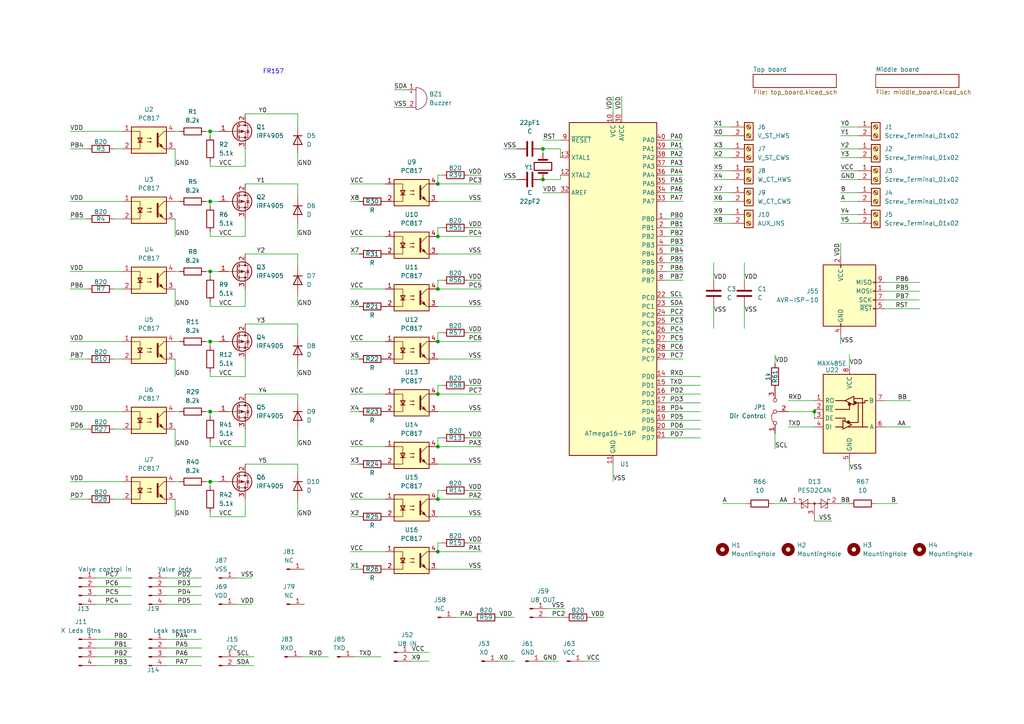
<source format=kicad_sch>
(kicad_sch (version 20211123) (generator eeschema)
  (paper "A4")
  (junction (at 127 160.02))
  (junction (at 127 129.54))
  (junction (at 127 53.34))
  (junction (at 60.96 78.74))
  (junction (at 127 99.06))
  (junction (at 236.22 119.38))
  (junction (at 60.96 99.06))
  (junction (at 60.96 38.1))
  (junction (at 60.96 139.7))
  (junction (at 157.48 52.07))
  (junction (at 60.96 58.42))
  (junction (at 127 144.78))
  (junction (at 127 83.82))
  (junction (at 127 114.3))
  (junction (at 157.48 43.18))
  (junction (at 127 68.58))
  (junction (at 60.96 119.38))
  (wire (pts (xy 60.96 128.27) (xy 60.96 129.54)))
  (wire (pts (xy 193.04 71.12) (xy 198.12 71.12)))
  (wire (pts (xy 127 149.86) (xy 139.7 149.86)))
  (wire (pts (xy 86.36 53.34) (xy 86.36 57.15)))
  (wire (pts (xy 127 58.42) (xy 139.7 58.42)))
  (wire (pts (xy 180.34 27.94) (xy 180.34 33.02)))
  (wire (pts (xy 135.89 127) (xy 139.7 127)))
  (wire (pts (xy 157.48 55.88) (xy 162.56 55.88)))
  (wire (pts (xy 243.84 70.485) (xy 243.84 74.295)))
  (wire (pts (xy 86.36 93.98) (xy 86.36 97.79)))
  (wire (pts (xy 50.8 139.7) (xy 52.07 139.7)))
  (wire (pts (xy 68.58 190.5) (xy 73.66 190.5)))
  (wire (pts (xy 27.94 170.18) (xy 38.1 170.18)))
  (wire (pts (xy 193.04 55.88) (xy 198.12 55.88)))
  (wire (pts (xy 193.04 81.28) (xy 198.12 81.28)))
  (wire (pts (xy 119.38 191.77) (xy 124.46 191.77)))
  (wire (pts (xy 127 88.9) (xy 139.7 88.9)))
  (wire (pts (xy 193.04 78.74) (xy 198.12 78.74)))
  (wire (pts (xy 228.6 123.825) (xy 236.22 123.825)))
  (wire (pts (xy 243.84 45.72) (xy 248.92 45.72)))
  (wire (pts (xy 193.04 76.2) (xy 198.12 76.2)))
  (wire (pts (xy 87.63 190.5) (xy 95.25 190.5)))
  (wire (pts (xy 71.12 93.98) (xy 86.36 93.98)))
  (wire (pts (xy 86.36 114.3) (xy 86.36 116.84)))
  (wire (pts (xy 127 129.54) (xy 127 127)))
  (wire (pts (xy 193.04 119.38) (xy 203.2 119.38)))
  (wire (pts (xy 224.79 102.87) (xy 224.79 105.41)))
  (wire (pts (xy 243.84 36.83) (xy 248.92 36.83)))
  (wire (pts (xy 59.69 38.1) (xy 60.96 38.1)))
  (wire (pts (xy 60.96 139.7) (xy 60.96 140.97)))
  (wire (pts (xy 144.78 179.07) (xy 149.225 179.07)))
  (wire (pts (xy 224.79 125.73) (xy 224.79 130.175)))
  (wire (pts (xy 228.6 116.205) (xy 236.22 116.205)))
  (wire (pts (xy 135.89 111.76) (xy 139.7 111.76)))
  (wire (pts (xy 236.22 119.38) (xy 236.22 121.285)))
  (wire (pts (xy 71.12 63.5) (xy 71.12 68.58)))
  (wire (pts (xy 27.94 167.64) (xy 38.1 167.64)))
  (wire (pts (xy 127 160.02) (xy 127 157.48)))
  (wire (pts (xy 193.04 40.64) (xy 198.12 40.64)))
  (wire (pts (xy 157.48 191.77) (xy 161.925 191.77)))
  (wire (pts (xy 127 129.54) (xy 139.7 129.54)))
  (wire (pts (xy 33.02 83.82) (xy 35.56 83.82)))
  (wire (pts (xy 60.96 46.99) (xy 60.96 48.26)))
  (wire (pts (xy 162.56 45.72) (xy 162.56 43.18)))
  (wire (pts (xy 146.05 43.18) (xy 149.86 43.18)))
  (wire (pts (xy 50.8 63.5) (xy 50.8 68.58)))
  (wire (pts (xy 193.04 50.8) (xy 198.12 50.8)))
  (wire (pts (xy 60.96 107.95) (xy 60.96 109.22)))
  (wire (pts (xy 20.32 144.78) (xy 25.4 144.78)))
  (wire (pts (xy 207.01 64.77) (xy 212.09 64.77)))
  (wire (pts (xy 71.12 104.14) (xy 71.12 109.22)))
  (wire (pts (xy 236.22 151.13) (xy 241.3 151.13)))
  (wire (pts (xy 20.32 124.46) (xy 25.4 124.46)))
  (wire (pts (xy 50.8 83.82) (xy 50.8 88.9)))
  (wire (pts (xy 101.6 99.06) (xy 111.76 99.06)))
  (wire (pts (xy 59.69 78.74) (xy 60.96 78.74)))
  (wire (pts (xy 207.01 52.07) (xy 212.09 52.07)))
  (wire (pts (xy 256.54 116.205) (xy 264.16 116.205)))
  (wire (pts (xy 60.96 139.7) (xy 63.5 139.7)))
  (wire (pts (xy 157.48 40.64) (xy 162.56 40.64)))
  (wire (pts (xy 101.6 160.02) (xy 111.76 160.02)))
  (wire (pts (xy 243.84 58.42) (xy 248.92 58.42)))
  (wire (pts (xy 50.8 78.74) (xy 52.07 78.74)))
  (wire (pts (xy 243.84 62.23) (xy 248.92 62.23)))
  (wire (pts (xy 20.32 83.82) (xy 25.4 83.82)))
  (wire (pts (xy 59.69 58.42) (xy 60.96 58.42)))
  (wire (pts (xy 48.26 185.42) (xy 58.42 185.42)))
  (wire (pts (xy 157.48 43.18) (xy 157.48 44.45)))
  (wire (pts (xy 33.02 144.78) (xy 35.56 144.78)))
  (wire (pts (xy 101.6 114.3) (xy 111.76 114.3)))
  (wire (pts (xy 60.96 99.06) (xy 60.96 100.33)))
  (wire (pts (xy 135.89 81.28) (xy 139.7 81.28)))
  (wire (pts (xy 50.8 124.46) (xy 50.8 129.54)))
  (wire (pts (xy 127 144.78) (xy 139.7 144.78)))
  (wire (pts (xy 127 160.02) (xy 139.7 160.02)))
  (wire (pts (xy 162.56 43.18) (xy 157.48 43.18)))
  (wire (pts (xy 50.8 144.78) (xy 50.8 149.86)))
  (wire (pts (xy 20.32 43.18) (xy 25.4 43.18)))
  (wire (pts (xy 162.56 50.8) (xy 162.56 52.07)))
  (wire (pts (xy 48.26 193.04) (xy 58.42 193.04)))
  (wire (pts (xy 193.04 114.3) (xy 203.2 114.3)))
  (wire (pts (xy 215.9 76.2) (xy 215.9 81.28)))
  (wire (pts (xy 86.36 33.02) (xy 86.36 36.83)))
  (wire (pts (xy 224.155 146.05) (xy 228.6 146.05)))
  (wire (pts (xy 243.84 55.88) (xy 248.92 55.88)))
  (wire (pts (xy 71.12 73.66) (xy 86.36 73.66)))
  (wire (pts (xy 60.96 48.26) (xy 71.12 48.26)))
  (wire (pts (xy 127 144.78) (xy 127 142.24)))
  (wire (pts (xy 243.84 146.05) (xy 246.38 146.05)))
  (wire (pts (xy 193.04 124.46) (xy 203.2 124.46)))
  (wire (pts (xy 50.8 119.38) (xy 52.07 119.38)))
  (wire (pts (xy 146.05 52.07) (xy 149.86 52.07)))
  (wire (pts (xy 27.94 185.42) (xy 38.1 185.42)))
  (wire (pts (xy 27.94 172.72) (xy 38.1 172.72)))
  (wire (pts (xy 127 165.1) (xy 139.7 165.1)))
  (wire (pts (xy 193.04 63.5) (xy 198.12 63.5)))
  (wire (pts (xy 101.6 88.9) (xy 104.14 88.9)))
  (wire (pts (xy 193.04 86.36) (xy 198.12 86.36)))
  (wire (pts (xy 68.58 193.04) (xy 73.66 193.04)))
  (wire (pts (xy 144.78 191.77) (xy 149.225 191.77)))
  (wire (pts (xy 256.54 123.825) (xy 264.16 123.825)))
  (wire (pts (xy 207.01 45.72) (xy 212.09 45.72)))
  (wire (pts (xy 68.58 175.26) (xy 73.025 175.26)))
  (wire (pts (xy 60.96 38.1) (xy 63.5 38.1)))
  (wire (pts (xy 193.04 88.9) (xy 198.12 88.9)))
  (wire (pts (xy 101.6 73.66) (xy 104.14 73.66)))
  (wire (pts (xy 60.96 67.31) (xy 60.96 68.58)))
  (wire (pts (xy 48.26 190.5) (xy 58.42 190.5)))
  (wire (pts (xy 207.01 58.42) (xy 212.09 58.42)))
  (wire (pts (xy 27.94 190.5) (xy 38.1 190.5)))
  (wire (pts (xy 60.96 119.38) (xy 63.5 119.38)))
  (wire (pts (xy 236.22 118.745) (xy 236.22 119.38)))
  (wire (pts (xy 127 99.06) (xy 139.7 99.06)))
  (wire (pts (xy 60.96 99.06) (xy 63.5 99.06)))
  (wire (pts (xy 33.02 104.14) (xy 35.56 104.14)))
  (wire (pts (xy 20.32 38.1) (xy 35.56 38.1)))
  (wire (pts (xy 101.6 165.1) (xy 104.14 165.1)))
  (wire (pts (xy 71.12 114.3) (xy 86.36 114.3)))
  (wire (pts (xy 71.12 149.86) (xy 71.12 144.78)))
  (wire (pts (xy 169.545 191.77) (xy 173.99 191.77)))
  (wire (pts (xy 127 111.76) (xy 127 114.3)))
  (wire (pts (xy 243.84 49.53) (xy 248.92 49.53)))
  (wire (pts (xy 50.8 104.14) (xy 50.8 109.22)))
  (wire (pts (xy 101.6 58.42) (xy 104.14 58.42)))
  (wire (pts (xy 209.55 146.05) (xy 216.535 146.05)))
  (wire (pts (xy 60.96 109.22) (xy 71.12 109.22)))
  (wire (pts (xy 59.69 119.38) (xy 60.96 119.38)))
  (wire (pts (xy 207.01 62.23) (xy 212.09 62.23)))
  (wire (pts (xy 127 157.48) (xy 128.27 157.48)))
  (wire (pts (xy 71.12 33.02) (xy 86.36 33.02)))
  (wire (pts (xy 177.8 134.62) (xy 177.8 139.7)))
  (wire (pts (xy 86.36 44.45) (xy 86.36 48.26)))
  (wire (pts (xy 256.54 86.995) (xy 266.7 86.995)))
  (wire (pts (xy 127 104.14) (xy 139.7 104.14)))
  (wire (pts (xy 48.26 170.18) (xy 58.42 170.18)))
  (wire (pts (xy 128.27 50.8) (xy 127 50.8)))
  (wire (pts (xy 33.02 63.5) (xy 35.56 63.5)))
  (wire (pts (xy 127 134.62) (xy 139.7 134.62)))
  (wire (pts (xy 101.6 119.38) (xy 104.14 119.38)))
  (wire (pts (xy 193.04 116.84) (xy 203.2 116.84)))
  (wire (pts (xy 20.32 63.5) (xy 25.4 63.5)))
  (wire (pts (xy 207.01 36.83) (xy 212.09 36.83)))
  (wire (pts (xy 68.58 167.64) (xy 73.025 167.64)))
  (wire (pts (xy 33.02 43.18) (xy 35.56 43.18)))
  (wire (pts (xy 127 127) (xy 128.27 127)))
  (wire (pts (xy 207.01 55.88) (xy 212.09 55.88)))
  (wire (pts (xy 60.96 88.9) (xy 71.12 88.9)))
  (wire (pts (xy 193.04 48.26) (xy 198.12 48.26)))
  (wire (pts (xy 193.04 96.52) (xy 198.12 96.52)))
  (wire (pts (xy 60.96 58.42) (xy 60.96 59.69)))
  (wire (pts (xy 60.96 78.74) (xy 63.5 78.74)))
  (wire (pts (xy 135.89 66.04) (xy 139.7 66.04)))
  (wire (pts (xy 171.45 179.07) (xy 175.26 179.07)))
  (wire (pts (xy 101.6 144.78) (xy 111.76 144.78)))
  (wire (pts (xy 20.32 119.38) (xy 35.56 119.38)))
  (wire (pts (xy 207.01 49.53) (xy 212.09 49.53)))
  (wire (pts (xy 101.6 83.82) (xy 111.76 83.82)))
  (wire (pts (xy 127 73.66) (xy 139.7 73.66)))
  (wire (pts (xy 71.12 134.62) (xy 86.36 134.62)))
  (wire (pts (xy 128.27 111.76) (xy 127 111.76)))
  (wire (pts (xy 20.32 139.7) (xy 35.56 139.7)))
  (wire (pts (xy 60.96 68.58) (xy 71.12 68.58)))
  (wire (pts (xy 177.8 27.94) (xy 177.8 33.02)))
  (wire (pts (xy 193.04 66.04) (xy 198.12 66.04)))
  (wire (pts (xy 102.87 190.5) (xy 110.49 190.5)))
  (wire (pts (xy 48.26 175.26) (xy 58.42 175.26)))
  (wire (pts (xy 127 119.38) (xy 139.7 119.38)))
  (wire (pts (xy 243.84 43.18) (xy 248.92 43.18)))
  (wire (pts (xy 86.36 64.77) (xy 86.36 68.58)))
  (wire (pts (xy 127 83.82) (xy 139.7 83.82)))
  (wire (pts (xy 60.96 149.86) (xy 71.12 149.86)))
  (wire (pts (xy 86.36 85.09) (xy 86.36 88.9)))
  (wire (pts (xy 48.26 167.64) (xy 58.42 167.64)))
  (wire (pts (xy 27.94 193.04) (xy 38.1 193.04)))
  (wire (pts (xy 135.89 157.48) (xy 139.7 157.48)))
  (wire (pts (xy 101.6 53.34) (xy 111.76 53.34)))
  (wire (pts (xy 135.89 142.24) (xy 139.7 142.24)))
  (wire (pts (xy 243.84 52.07) (xy 248.92 52.07)))
  (wire (pts (xy 246.38 133.985) (xy 246.38 136.525)))
  (wire (pts (xy 193.04 58.42) (xy 198.12 58.42)))
  (wire (pts (xy 127 53.34) (xy 139.7 53.34)))
  (wire (pts (xy 157.48 52.07) (xy 162.56 52.07)))
  (wire (pts (xy 71.12 83.82) (xy 71.12 88.9)))
  (wire (pts (xy 193.04 91.44) (xy 198.12 91.44)))
  (wire (pts (xy 33.02 124.46) (xy 35.56 124.46)))
  (wire (pts (xy 50.8 38.1) (xy 52.07 38.1)))
  (wire (pts (xy 60.96 129.54) (xy 71.12 129.54)))
  (wire (pts (xy 59.69 99.06) (xy 60.96 99.06)))
  (wire (pts (xy 20.32 78.74) (xy 35.56 78.74)))
  (wire (pts (xy 127 114.3) (xy 139.7 114.3)))
  (wire (pts (xy 207.01 43.18) (xy 212.09 43.18)))
  (wire (pts (xy 20.32 99.06) (xy 35.56 99.06)))
  (wire (pts (xy 60.96 148.59) (xy 60.96 149.86)))
  (wire (pts (xy 71.12 129.54) (xy 71.12 124.46)))
  (wire (pts (xy 86.36 124.46) (xy 86.36 129.54)))
  (wire (pts (xy 128.27 81.28) (xy 127 81.28)))
  (wire (pts (xy 101.6 149.86) (xy 104.14 149.86)))
  (wire (pts (xy 101.6 104.14) (xy 104.14 104.14)))
  (wire (pts (xy 193.04 93.98) (xy 198.12 93.98)))
  (wire (pts (xy 243.84 64.77) (xy 248.92 64.77)))
  (wire (pts (xy 158.75 179.07) (xy 163.83 179.07)))
  (wire (pts (xy 207.01 39.37) (xy 212.09 39.37)))
  (wire (pts (xy 127 96.52) (xy 127 99.06)))
  (wire (pts (xy 60.96 87.63) (xy 60.96 88.9)))
  (wire (pts (xy 71.12 43.18) (xy 71.12 48.26)))
  (wire (pts (xy 27.94 187.96) (xy 38.1 187.96)))
  (wire (pts (xy 158.75 176.53) (xy 163.83 176.53)))
  (wire (pts (xy 228.6 119.38) (xy 236.22 119.38)))
  (wire (pts (xy 50.8 99.06) (xy 52.07 99.06)))
  (wire (pts (xy 193.04 73.66) (xy 198.12 73.66)))
  (wire (pts (xy 60.96 38.1) (xy 60.96 39.37)))
  (wire (pts (xy 256.54 84.455) (xy 266.7 84.455)))
  (wire (pts (xy 101.6 134.62) (xy 104.14 134.62)))
  (wire (pts (xy 193.04 104.14) (xy 198.12 104.14)))
  (wire (pts (xy 132.08 179.07) (xy 137.16 179.07)))
  (wire (pts (xy 207.01 88.9) (xy 207.01 95.25)))
  (wire (pts (xy 86.36 105.41) (xy 86.36 109.22)))
  (wire (pts (xy 127 142.24) (xy 128.27 142.24)))
  (wire (pts (xy 60.96 58.42) (xy 63.5 58.42)))
  (wire (pts (xy 135.89 96.52) (xy 139.7 96.52)))
  (wire (pts (xy 193.04 43.18) (xy 198.12 43.18)))
  (wire (pts (xy 256.54 81.915) (xy 266.7 81.915)))
  (wire (pts (xy 207.01 76.2) (xy 207.01 81.28)))
  (wire (pts (xy 119.38 189.23) (xy 124.46 189.23)))
  (wire (pts (xy 135.89 50.8) (xy 139.7 50.8)))
  (wire (pts (xy 193.04 101.6) (xy 198.12 101.6)))
  (wire (pts (xy 193.04 68.58) (xy 198.12 68.58)))
  (wire (pts (xy 193.04 109.22) (xy 203.2 109.22)))
  (wire (pts (xy 246.38 102.87) (xy 246.38 106.045)))
  (wire (pts (xy 127 81.28) (xy 127 83.82)))
  (wire (pts (xy 114.3 26.035) (xy 118.11 26.035)))
  (wire (pts (xy 193.04 99.06) (xy 198.12 99.06)))
  (wire (pts (xy 127 68.58) (xy 139.7 68.58)))
  (wire (pts (xy 50.8 58.42) (xy 52.07 58.42)))
  (wire (pts (xy 101.6 68.58) (xy 111.76 68.58)))
  (wire (pts (xy 86.36 73.66) (xy 86.36 77.47)))
  (wire (pts (xy 48.26 172.72) (xy 58.42 172.72)))
  (wire (pts (xy 86.36 144.78) (xy 86.36 149.86)))
  (wire (pts (xy 254 146.05) (xy 260.35 146.05)))
  (wire (pts (xy 128.27 96.52) (xy 127 96.52)))
  (wire (pts (xy 256.54 89.535) (xy 266.7 89.535)))
  (wire (pts (xy 193.04 53.34) (xy 198.12 53.34)))
  (wire (pts (xy 193.04 121.92) (xy 203.2 121.92)))
  (wire (pts (xy 243.84 39.37) (xy 248.92 39.37)))
  (wire (pts (xy 243.84 97.155) (xy 243.84 99.695)))
  (wire (pts (xy 128.27 66.04) (xy 127 66.04)))
  (wire (pts (xy 127 50.8) (xy 127 53.34)))
  (wire (pts (xy 20.32 58.42) (xy 35.56 58.42)))
  (wire (pts (xy 215.9 88.9) (xy 215.9 95.25)))
  (wire (pts (xy 193.04 45.72) (xy 198.12 45.72)))
  (wire (pts (xy 60.96 119.38) (xy 60.96 120.65)))
  (wire (pts (xy 193.04 111.76) (xy 203.2 111.76)))
  (wire (pts (xy 71.12 53.34) (xy 86.36 53.34)))
  (wire (pts (xy 114.3 31.115) (xy 118.11 31.115)))
  (wire (pts (xy 101.6 129.54) (xy 111.76 129.54)))
  (wire (pts (xy 60.96 78.74) (xy 60.96 80.01)))
  (wire (pts (xy 48.26 187.96) (xy 58.42 187.96)))
  (wire (pts (xy 50.8 43.18) (xy 50.8 48.26)))
  (wire (pts (xy 86.36 134.62) (xy 86.36 137.16)))
  (wire (pts (xy 127 66.04) (xy 127 68.58)))
  (wire (pts (xy 27.94 175.26) (xy 38.1 175.26)))
  (wire (pts (xy 59.69 139.7) (xy 60.96 139.7)))
  (wire (pts (xy 20.32 104.14) (xy 25.4 104.14)))
  (wire (pts (xy 193.04 127) (xy 203.2 127)))
  (text "FR157" (at 76.2 21.59 0) (effects (font (size 1.27 1.27)) (justify left bottom)))
  (label "PB5" (at 194.31 76.2 0))
  (label "VDD" (at 135.89 111.76 0))
  (label "GND" (at 86.36 68.58 0))
  (label "PA5" (at 50.8 187.96 0))
  (label "VCC" (at 101.6 114.3 0))
  (label "RXD" (at 194.31 109.22 0))
  (label "X0" (at 207.01 39.37 0))
  (label "PB7" (at 20.32 104.14 0))
  (label "GND" (at 86.36 88.9 0))
  (label "VDD" (at 69.85 175.26 0))
  (label "VSS" (at 135.89 165.1 0))
  (label "PC6" (at 135.89 99.06 0))
  (label "GND" (at 50.8 129.54 0))
  (label "B" (at 258.445 146.05 0))
  (label "PC2" (at 160.02 179.07 0))
  (label "PA2" (at 194.31 45.72 0))
  (label "PC5" (at 135.89 83.82 0))
  (label "PD6" (at 20.32 124.46 0))
  (label "TXD" (at 228.6 123.825 0))
  (label "VSS" (at 135.89 88.9 0))
  (label "VCC" (at 101.6 160.02 0))
  (label "PB0" (at 33.02 185.42 0))
  (label "VSS" (at 135.89 104.14 0))
  (label "GND" (at 50.8 149.86 0))
  (label "SDA" (at 68.58 193.04 0))
  (label "VSS" (at 69.85 167.64 0))
  (label "PB2" (at 33.02 190.5 0))
  (label "VDD" (at 135.89 66.04 0))
  (label "VCC" (at 63.5 88.9 0))
  (label "RXD" (at 89.535 190.5 0))
  (label "RST" (at 259.715 89.535 0))
  (label "VSS" (at 135.89 149.86 0))
  (label "X5" (at 207.01 49.53 0))
  (label "PC3" (at 135.89 53.34 0))
  (label "PD4" (at 51.435 172.72 0))
  (label "X2" (at 207.01 45.72 0))
  (label "VCC" (at 63.5 129.54 0))
  (label "Y1" (at 74.422 53.34 0))
  (label "PB1" (at 194.31 66.04 0))
  (label "PC4" (at 135.89 68.58 0))
  (label "VDD" (at 20.32 38.1 0))
  (label "VDD" (at 177.8 31.75 90))
  (label "PD2" (at 51.435 167.64 0))
  (label "PD5" (at 194.31 121.92 0))
  (label "VDD" (at 20.32 139.7 0))
  (label "VCC" (at 63.5 109.22 0))
  (label "VSS" (at 237.49 151.13 0))
  (label "PC4" (at 30.48 175.26 0))
  (label "PC6" (at 30.48 170.18 0))
  (label "GND" (at 86.36 48.26 0))
  (label "GND" (at 86.36 109.22 0))
  (label "VSS" (at 146.05 52.07 0))
  (label "X9" (at 119.38 191.77 0))
  (label "VDD" (at 135.89 142.24 0))
  (label "VSS" (at 207.01 90.805 0))
  (label "RST" (at 157.48 40.64 0))
  (label "PB5" (at 20.32 63.5 0))
  (label "PD3" (at 194.31 116.84 0))
  (label "VDD" (at 135.89 157.48 0))
  (label "TXD" (at 104.14 190.5 0))
  (label "VSS" (at 135.89 73.66 0))
  (label "VCC" (at 63.5 48.26 0))
  (label "VSS" (at 160.02 176.53 0))
  (label "Y4" (at 243.84 62.23 0))
  (label "PC7" (at 194.31 104.14 0))
  (label "A" (at 209.55 146.05 0))
  (label "VCC" (at 101.6 83.82 0))
  (label "X3" (at 101.6 134.62 0))
  (label "A" (at 243.84 58.42 0))
  (label "PB7" (at 259.715 86.995 0))
  (label "X0" (at 144.78 191.77 0))
  (label "AA" (at 260.35 123.825 0))
  (label "VSS" (at 135.89 119.38 0))
  (label "X3" (at 207.01 43.18 0))
  (label "Y2" (at 243.84 43.18 0))
  (label "PD4" (at 194.31 119.38 0))
  (label "X1" (at 207.01 36.83 0))
  (label "SCL" (at 224.79 130.175 0))
  (label "PB6" (at 20.32 83.82 0))
  (label "VSS" (at 114.3 31.115 0))
  (label "Y3" (at 74.422 93.98 0))
  (label "PD6" (at 194.31 124.46 0))
  (label "Y0" (at 243.84 36.83 0))
  (label "X4" (at 101.6 119.38 0))
  (label "VCC" (at 170.18 191.77 0))
  (label "VDD" (at 135.89 127 0))
  (label "PA3" (at 194.31 48.26 0))
  (label "VDD" (at 135.89 81.28 0))
  (label "PA7" (at 50.8 193.04 0))
  (label "PB3" (at 194.31 71.12 0))
  (label "VCC" (at 101.6 68.58 0))
  (label "PB2" (at 194.31 68.58 0))
  (label "X5" (at 101.6 104.14 0))
  (label "VDD" (at 20.32 58.42 0))
  (label "VDD" (at 224.79 105.41 0))
  (label "PA6" (at 194.31 55.88 0))
  (label "Y3" (at 243.84 45.72 0))
  (label "X8" (at 101.6 58.42 0))
  (label "B" (at 243.84 55.88 0))
  (label "GND" (at 86.36 129.54 0))
  (label "GND" (at 243.84 52.07 0))
  (label "PD2" (at 194.31 114.3 0))
  (label "VCC" (at 119.38 189.23 0))
  (label "VSS" (at 215.9 90.805 0))
  (label "SCL" (at 194.31 86.36 0))
  (label "PC5" (at 30.48 172.72 0))
  (label "X7" (at 207.01 55.88 0))
  (label "PB6" (at 194.31 78.74 0))
  (label "PB4" (at 20.32 43.18 0))
  (label "VDD" (at 20.32 119.38 0))
  (label "GND" (at 50.8 68.58 0))
  (label "VDD" (at 207.01 81.28 0))
  (label "Y4" (at 74.93 114.3 0))
  (label "SDA" (at 194.31 88.9 0))
  (label "PC7" (at 135.89 114.3 0))
  (label "VSS" (at 177.8 139.7 0))
  (label "VCC" (at 101.6 144.78 0))
  (label "PB3" (at 33.02 193.04 0))
  (label "PA4" (at 50.8 185.42 0))
  (label "TXD" (at 194.31 111.76 0))
  (label "PA0" (at 133.35 179.07 0))
  (label "GND" (at 157.48 191.77 0))
  (label "VCC" (at 63.5 68.58 0))
  (label "PA1" (at 194.31 43.18 0))
  (label "Y1" (at 243.84 39.37 0))
  (label "PC4" (at 194.31 96.52 0))
  (label "VSS" (at 146.05 43.18 0))
  (label "VCC" (at 101.6 99.06 0))
  (label "VDD" (at 171.45 179.07 0))
  (label "VDD" (at 135.89 96.52 0))
  (label "PB0" (at 194.31 63.5 0))
  (label "PA4" (at 194.31 50.8 0))
  (label "VSS" (at 135.89 58.42 0))
  (label "PA0" (at 194.31 40.64 0))
  (label "PA3" (at 135.89 129.54 0))
  (label "X4" (at 207.01 52.07 0))
  (label "PB7" (at 194.31 81.28 0))
  (label "VDD" (at 215.9 81.28 0))
  (label "VCC" (at 63.5 149.86 0))
  (label "Y5" (at 243.84 64.77 0))
  (label "SCL" (at 68.58 190.5 0))
  (label "GND" (at 50.8 109.22 0))
  (label "X1" (at 101.6 165.1 0))
  (label "VDD" (at 144.78 179.07 0))
  (label "PA5" (at 194.31 53.34 0))
  (label "VDD" (at 20.32 99.06 0))
  (label "VSS" (at 246.38 136.525 0))
  (label "GND" (at 50.8 88.9 0))
  (label "X6" (at 101.6 88.9 0))
  (label "VDD" (at 243.84 74.295 90))
  (label "X8" (at 207.01 64.77 0))
  (label "VSS" (at 243.84 99.695 0))
  (label "X9" (at 207.01 62.23 0))
  (label "PD3" (at 51.435 170.18 0))
  (label "PA6" (at 50.8 190.5 0))
  (label "PA7" (at 194.31 58.42 0))
  (label "AA" (at 226.06 146.05 0))
  (label "PA1" (at 135.89 160.02 0))
  (label "Y0" (at 74.93 33.02 0))
  (label "BB" (at 243.84 146.05 0))
  (label "VCC" (at 243.84 49.53 0))
  (label "VDD" (at 135.89 50.8 0))
  (label "VCC" (at 101.6 129.54 0))
  (label "VDD" (at 180.34 31.75 90))
  (label "PD7" (at 194.31 127 0))
  (label "Y2" (at 74.422 73.66 0))
  (label "BB" (at 260.35 116.205 0))
  (label "VCC" (at 101.6 53.34 0))
  (label "PA2" (at 135.89 144.78 0))
  (label "PB5" (at 259.715 84.455 0))
  (label "X2" (at 101.6 149.86 0))
  (label "PB6" (at 259.715 81.915 0))
  (label "PC6" (at 194.31 101.6 0))
  (label "PB4" (at 194.31 73.66 0))
  (label "SDA" (at 114.3 26.035 0))
  (label "VDD" (at 246.38 106.045 0))
  (label "PD5" (at 51.435 175.26 0))
  (label "VDD" (at 157.48 55.88 0))
  (label "Y5" (at 74.93 134.62 0))
  (label "PC2" (at 194.31 91.44 0))
  (label "VSS" (at 135.89 134.62 0))
  (label "PB1" (at 33.02 187.96 0))
  (label "PC5" (at 194.31 99.06 0))
  (label "X6" (at 207.01 58.42 0))
  (label "X7" (at 101.6 73.66 0))
  (label "PC3" (at 194.31 93.98 0))
  (label "VDD" (at 20.32 78.74 0))
  (label "PC7" (at 30.48 167.64 0))
  (label "RXD" (at 228.6 116.205 0))
  (label "GND" (at 86.36 149.86 0))
  (label "PD7" (at 20.32 144.78 0))
  (label "GND" (at 50.8 48.26 0))
  (symbol (lib_id "Isolator:PC817") (at 119.38 101.6 0) (unit 1)
    (property "Reference" "U12" (at 119.38 92.71 0))
    (property "Value" "PC817" (at 119.38 95.25 0))
    (property "Footprint" "Package_DIP:DIP-4_W7.62mm" (effects hide))
    (property "Datasheet" "http://www.soselectronic.cz/a_info/resource/d/pc817.pdf" (effects hide))
  )
  (symbol (lib_id "Connector:Screw_Terminal_01x02") (at 217.17 49.53 0) (unit 1)
    (property "Reference" "J8" (at 219.71 49.5299 0) (effects (justify left)))
    (property "Value" "W_CT_HWS" (at 219.71 52.0699 0) (effects (justify left)))
    (property "Footprint" "TerminalBlock_Phoenix:TerminalBlock_Phoenix_MKDS-1,5-2-5.08_1x02_P5.08mm_Horizontal" (effects hide))
  )
  (symbol (lib_id "Device:D") (at 86.36 81.28 270) (unit 1)
    (property "Reference" "D7" (at 88.9 80.0099 90) (effects (justify left)))
    (property "Value" "D" (at 88.9 82.5499 90) (effects (justify left)))
    (property "Footprint" "Diode_THT:D_DO-41_SOD81_P10.16mm_Horizontal" (effects hide))
  )
  (symbol (lib_id "Device:R") (at 132.08 81.28 90) (unit 1)
    (property "Reference" "R56" (at 132.08 81.28 90))
    (property "Value" "820" (at 132.08 79.248 90))
    (property "Footprint" "Resistor_SMD:R_0805_2012Metric" (effects hide))
  )
  (symbol (lib_id "Isolator:PC817") (at 119.38 71.12 0) (unit 1)
    (property "Reference" "U10" (at 119.38 62.23 0))
    (property "Value" "PC817" (at 119.38 64.77 0))
    (property "Footprint" "Package_DIP:DIP-4_W7.62mm" (effects hide))
    (property "Datasheet" "http://www.soselectronic.cz/a_info/resource/d/pc817.pdf" (effects hide))
  )
  (symbol (lib_id "Transistor_FET:IRF4905") (at 68.58 38.1 0) (unit 1)
    (property "Reference" "Q1" (at 74.295 36.8299 0) (effects (justify left)))
    (property "Value" "IRF4905" (at 74.295 39.3699 0) (effects (justify left)))
    (property "Footprint" "Package_TO_SOT_THT:TO-220-3_Vertical" (effects hide))
    (property "Datasheet" "http://www.infineon.com/dgdl/irf4905.pdf?fileId=5546d462533600a4015355e32165197c" (effects hide))
  )
  (symbol (lib_id "Connector:Conn_01x01_Male") (at 83.185 175.26 0) (unit 1)
    (property "Reference" "J79" (at 83.82 170.18 0))
    (property "Value" "NC" (at 83.82 172.72 0))
    (property "Footprint" "Connector_PinHeader_2.54mm:PinHeader_1x01_P2.54mm_Vertical" (effects hide))
  )
  (symbol (lib_id "MCU_Microchip_ATmega:ATmega16-16P") (at 177.8 83.82 0) (unit 1)
    (property "Reference" "U1" (at 179.8194 134.62 0) (effects (justify left)))
    (property "Value" "ATmega16-16P" (at 169.545 125.73 0) (effects (justify left)))
    (property "Footprint" "Package_DIP:DIP-40_W15.24mm" (effects hide))
    (property "Datasheet" "http://ww1.microchip.com/downloads/en/DeviceDoc/doc2466.pdf" (effects hide))
  )
  (symbol (lib_id "Device:R") (at 132.08 142.24 90) (unit 1)
    (property "Reference" "R14" (at 132.08 142.24 90))
    (property "Value" "820" (at 132.08 140.208 90))
    (property "Footprint" "Resistor_SMD:R_0805_2012Metric" (effects hide))
  )
  (symbol (lib_id "Device:R") (at 132.08 111.76 90) (unit 1)
    (property "Reference" "R58" (at 132.08 111.76 90))
    (property "Value" "820" (at 132.08 109.728 90))
    (property "Footprint" "Resistor_SMD:R_0805_2012Metric" (effects hide))
  )
  (symbol (lib_id "Device:R") (at 250.19 146.05 90) (unit 1)
    (property "Reference" "R67" (at 250.19 139.7 90))
    (property "Value" "10" (at 250.19 142.24 90))
    (property "Footprint" "Resistor_SMD:R_1206_3216Metric" (effects hide))
  )
  (symbol (lib_id "Transistor_FET:IRF4905") (at 68.58 78.74 0) (unit 1)
    (property "Reference" "Q3" (at 74.295 77.4699 0) (effects (justify left)))
    (property "Value" "IRF4905" (at 74.295 80.0099 0) (effects (justify left)))
    (property "Footprint" "Package_TO_SOT_THT:TO-220-3_Vertical" (effects hide))
    (property "Datasheet" "http://www.infineon.com/dgdl/irf4905.pdf?fileId=5546d462533600a4015355e32165197c" (effects hide))
  )
  (symbol (lib_id "Connector:Conn_01x01_Male") (at 139.7 191.77 0) (unit 1)
    (property "Reference" "J53" (at 140.335 186.69 0))
    (property "Value" "X0" (at 140.335 189.23 0))
    (property "Footprint" "Connector_PinHeader_2.54mm:PinHeader_1x01_P2.54mm_Vertical" (effects hide))
  )
  (symbol (lib_id "Connector:Conn_01x01_Male") (at 152.4 191.77 0) (unit 1)
    (property "Reference" "J61" (at 153.035 186.69 0))
    (property "Value" "GND" (at 153.035 189.23 0))
    (property "Footprint" "Connector_PinHeader_2.54mm:PinHeader_1x01_P2.54mm_Vertical" (effects hide))
  )
  (symbol (lib_id "Device:R") (at 140.97 179.07 90) (unit 1)
    (property "Reference" "R59" (at 140.97 179.07 90))
    (property "Value" "820" (at 140.97 177.038 90))
    (property "Footprint" "Resistor_SMD:R_0805_2012Metric" (effects hide))
  )
  (symbol (lib_id "Connector:Conn_01x04_Male") (at 22.86 187.96 0) (unit 1)
    (property "Reference" "J11" (at 23.495 180.34 0))
    (property "Value" "X Leds Btns" (at 23.495 182.88 0))
    (property "Footprint" "Connector_PinHeader_2.54mm:PinHeader_1x04_P2.54mm_Vertical" (effects hide))
  )
  (symbol (lib_id "Device:R") (at 29.21 43.18 90) (unit 1)
    (property "Reference" "R3" (at 29.21 43.18 90))
    (property "Value" "820" (at 29.21 41.148 90))
    (property "Footprint" "Resistor_SMD:R_0805_2012Metric" (effects hide))
  )
  (symbol (lib_id "Device:R") (at 29.21 144.78 90) (unit 1)
    (property "Reference" "R28" (at 29.21 144.78 90))
    (property "Value" "820" (at 29.21 142.748 90))
    (property "Footprint" "Resistor_SMD:R_0805_2012Metric" (effects hide))
  )
  (symbol (lib_id "Connector:Screw_Terminal_01x02") (at 217.17 55.88 0) (unit 1)
    (property "Reference" "J9" (at 219.71 55.8799 0) (effects (justify left)))
    (property "Value" "W_CT_CWS" (at 219.71 58.4199 0) (effects (justify left)))
    (property "Footprint" "TerminalBlock_Phoenix:TerminalBlock_Phoenix_MKDS-1,5-2-5.08_1x02_P5.08mm_Horizontal" (effects hide))
  )
  (symbol (lib_id "Connector:Screw_Terminal_01x02") (at 217.17 62.23 0) (unit 1)
    (property "Reference" "J10" (at 219.71 62.2299 0) (effects (justify left)))
    (property "Value" "AUX_INS" (at 219.71 64.7699 0) (effects (justify left)))
    (property "Footprint" "TerminalBlock_Phoenix:TerminalBlock_Phoenix_MKDS-1,5-2-5.08_1x02_P5.08mm_Horizontal" (effects hide))
  )
  (symbol (lib_id "Device:Crystal") (at 157.48 48.26 90) (unit 1)
    (property "Reference" "Y1" (at 152.146 48.514 90) (effects (justify right)))
    (property "Value" "Crystal" (effects hide))
    (property "Footprint" "Crystal:Crystal_HC49-4H_Vertical" (effects hide))
  )
  (symbol (lib_id "Device:R") (at 29.21 104.14 90) (unit 1)
    (property "Reference" "R10" (at 29.21 104.14 90))
    (property "Value" "820" (at 29.21 102.108 90))
    (property "Footprint" "Resistor_SMD:R_0805_2012Metric" (effects hide))
  )
  (symbol (lib_id "Isolator:PC817") (at 43.18 60.96 0) (unit 1)
    (property "Reference" "U3" (at 43.18 52.07 0))
    (property "Value" "PC817" (at 43.18 54.61 0))
    (property "Footprint" "Package_DIP:DIP-4_W7.62mm" (effects hide))
    (property "Datasheet" "http://www.soselectronic.cz/a_info/resource/d/pc817.pdf" (effects hide))
  )
  (symbol (lib_id "Device:R") (at 29.21 124.46 90) (unit 1)
    (property "Reference" "R27" (at 29.21 124.46 90))
    (property "Value" "820" (at 29.21 122.428 90))
    (property "Footprint" "Resistor_SMD:R_0805_2012Metric" (effects hide))
  )
  (symbol (lib_id "Device:C") (at 207.01 85.09 0) (unit 1)
    (property "Reference" "C3" (at 210.82 83.8199 0) (effects (justify left)))
    (property "Value" "C" (at 210.82 86.3599 0) (effects (justify left)))
    (property "Footprint" "Capacitor_SMD:C_0805_2012Metric" (effects hide))
  )
  (symbol (lib_id "Device:R") (at 132.08 50.8 90) (unit 1)
    (property "Reference" "R39" (at 132.08 50.8 90))
    (property "Value" "820" (at 132.08 48.768 90))
    (property "Footprint" "Resistor_SMD:R_0805_2012Metric" (effects hide))
  )
  (symbol (lib_id "Interface_UART:MAX485E") (at 246.38 118.745 0) (unit 1)
    (property "Reference" "U22" (at 239.395 107.315 0) (effects (justify left)))
    (property "Value" "MAX485E" (at 236.855 105.41 0) (effects (justify left)))
    (property "Footprint" "Package_SO:SOIC-8_3.9x4.9mm_P1.27mm" (effects hide))
    (property "Datasheet" "https://datasheets.maximintegrated.com/en/ds/MAX1487E-MAX491E.pdf" (effects hide))
  )
  (symbol (lib_id "Device:R") (at 132.08 127 90) (unit 1)
    (property "Reference" "R13" (at 132.08 127 90))
    (property "Value" "820" (at 132.08 124.968 90))
    (property "Footprint" "Resistor_SMD:R_0805_2012Metric" (effects hide))
  )
  (symbol (lib_id "Mechanical:MountingHole") (at 209.55 159.385 0) (unit 1)
    (property "Reference" "H1" (at 212.09 158.1149 0) (effects (justify left)))
    (property "Value" "MountingHole" (at 212.09 160.6549 0) (effects (justify left)))
    (property "Footprint" "MountingHole:MountingHole_3.2mm_M3" (effects hide))
  )
  (symbol (lib_id "Transistor_FET:IRF4905") (at 68.58 139.7 0) (unit 1)
    (property "Reference" "Q6" (at 74.295 138.4299 0) (effects (justify left)))
    (property "Value" "IRF4905" (at 74.295 140.9699 0) (effects (justify left)))
    (property "Footprint" "Package_TO_SOT_THT:TO-220-3_Vertical" (effects hide))
    (property "Datasheet" "http://www.infineon.com/dgdl/irf4905.pdf?fileId=5546d462533600a4015355e32165197c" (effects hide))
  )
  (symbol (lib_id "Device:R") (at 107.95 134.62 90) (unit 1)
    (property "Reference" "R24" (at 107.95 134.62 90))
    (property "Value" "R" (at 107.95 137.16 90))
    (property "Footprint" "Resistor_SMD:R_1206_3216Metric" (effects hide))
  )
  (symbol (lib_id "Connector:Conn_01x04_Male") (at 43.18 187.96 0) (unit 1)
    (property "Reference" "J14" (at 44.45 194.31 0))
    (property "Value" "Leak sensors" (at 50.8 182.88 0))
    (property "Footprint" "Connector_PinHeader_2.54mm:PinHeader_1x04_P2.54mm_Vertical" (effects hide))
  )
  (symbol (lib_id "Connector:Conn_01x04_Male") (at 43.18 170.18 0) (unit 1)
    (property "Reference" "J19" (at 44.45 176.53 0))
    (property "Value" "Valve leds" (at 50.8 165.1 0))
    (property "Footprint" "Connector_PinHeader_2.54mm:PinHeader_1x04_P2.54mm_Vertical" (effects hide))
  )
  (symbol (lib_id "Connector:Conn_01x01_Male") (at 63.5 167.64 0) (unit 1)
    (property "Reference" "J87" (at 64.135 162.56 0))
    (property "Value" "VSS" (at 64.135 165.1 0))
    (property "Footprint" "Connector_PinHeader_2.54mm:PinHeader_1x01_P2.54mm_Vertical" (effects hide))
  )
  (symbol (lib_id "Connector:Conn_01x01_Male") (at 83.185 165.1 0) (unit 1)
    (property "Reference" "J81" (at 83.82 160.02 0))
    (property "Value" "NC" (at 83.82 162.56 0))
    (property "Footprint" "Connector_PinHeader_2.54mm:PinHeader_1x01_P2.54mm_Vertical" (effects hide))
  )
  (symbol (lib_id "Device:D") (at 86.36 140.97 270) (unit 1)
    (property "Reference" "D10" (at 88.9 139.6999 90) (effects (justify left)))
    (property "Value" "D" (at 88.9 142.2399 90) (effects (justify left)))
    (property "Footprint" "Diode_THT:D_DO-41_SOD81_P10.16mm_Horizontal" (effects hide))
  )
  (symbol (lib_id "Device:R") (at 167.64 179.07 90) (unit 1)
    (property "Reference" "R60" (at 167.64 179.07 90))
    (property "Value" "820" (at 167.64 177.038 90))
    (property "Footprint" "Resistor_SMD:R_0805_2012Metric" (effects hide))
  )
  (symbol (lib_id "Isolator:PC817") (at 119.38 162.56 0) (unit 1)
    (property "Reference" "U16" (at 119.38 153.67 0))
    (property "Value" "PC817" (at 119.38 156.21 0))
    (property "Footprint" "Package_DIP:DIP-4_W7.62mm" (effects hide))
    (property "Datasheet" "http://www.soselectronic.cz/a_info/resource/d/pc817.pdf" (effects hide))
  )
  (symbol (lib_id "Device:R") (at 224.79 109.22 180) (unit 1)
    (property "Reference" "R61" (at 224.79 109.22 90))
    (property "Value" "1k" (at 222.758 109.22 90))
    (property "Footprint" "Resistor_SMD:R_0805_2012Metric" (effects hide))
  )
  (symbol (lib_id "Device:D") (at 86.36 120.65 270) (unit 1)
    (property "Reference" "D9" (at 88.9 119.3799 90) (effects (justify left)))
    (property "Value" "D" (at 88.9 121.9199 90) (effects (justify left)))
    (property "Footprint" "Diode_THT:D_DO-41_SOD81_P10.16mm_Horizontal" (effects hide))
  )
  (symbol (lib_id "Device:R") (at 107.95 88.9 90) (unit 1)
    (property "Reference" "R21" (at 107.95 88.9 90))
    (property "Value" "R" (at 107.95 91.44 90))
    (property "Footprint" "Resistor_SMD:R_1206_3216Metric" (effects hide))
  )
  (symbol (lib_id "Device:R") (at 55.88 38.1 90) (unit 1)
    (property "Reference" "R1" (at 55.88 32.385 90))
    (property "Value" "8.2k" (at 55.88 34.925 90))
    (property "Footprint" "Resistor_SMD:R_0805_2012Metric" (effects hide))
  )
  (symbol (lib_id "Device:Buzzer") (at 120.65 28.575 0) (unit 1)
    (property "Reference" "BZ1" (at 124.46 27.3049 0) (effects (justify left)))
    (property "Value" "Buzzer" (at 124.46 29.8449 0) (effects (justify left)))
    (property "Footprint" "Buzzer_Beeper:Buzzer_12x9.5RM7.6" (effects hide))
  )
  (symbol (lib_id "Connector:Conn_01x02_Male") (at 114.3 189.23 0) (unit 1)
    (property "Reference" "J52" (at 118.11 184.15 0))
    (property "Value" "U8 IN" (at 118.11 186.69 0))
    (property "Footprint" "Connector_PinHeader_2.54mm:PinHeader_1x02_P2.54mm_Vertical" (effects hide))
  )
  (symbol (lib_id "Jumper:Jumper_3_Bridged12") (at 224.79 119.38 90) (unit 1)
    (property "Reference" "JP1" (at 222.25 118.1099 90) (effects (justify left)))
    (property "Value" "Dir Control" (at 222.25 120.6499 90) (effects (justify left)))
    (property "Footprint" "Jumper:SolderJumper-3_P1.3mm_Bridged2Bar12_Pad1.0x1.5mm" (effects hide))
  )
  (symbol (lib_id "Device:R") (at 132.08 157.48 90) (unit 1)
    (property "Reference" "R15" (at 132.08 157.48 90))
    (property "Value" "820" (at 132.08 155.448 90))
    (property "Footprint" "Resistor_SMD:R_0805_2012Metric" (effects hide))
  )
  (symbol (lib_id "Device:R") (at 107.95 149.86 90) (unit 1)
    (property "Reference" "R25" (at 107.95 149.86 90))
    (property "Value" "R" (at 107.95 152.4 90))
    (property "Footprint" "Resistor_SMD:R_1206_3216Metric" (effects hide))
  )
  (symbol (lib_id "Device:R") (at 107.95 104.14 90) (unit 1)
    (property "Reference" "R22" (at 107.95 104.14 90))
    (property "Value" "R" (at 107.95 106.68 90))
    (property "Footprint" "Resistor_SMD:R_1206_3216Metric" (effects hide))
  )
  (symbol (lib_id "Connector:Screw_Terminal_01x02") (at 254 55.88 0) (unit 1)
    (property "Reference" "J4" (at 256.54 55.8799 0) (effects (justify left)))
    (property "Value" "Screw_Terminal_01x02" (at 256.54 58.4199 0) (effects (justify left)))
    (property "Footprint" "TerminalBlock_Phoenix:TerminalBlock_Phoenix_MKDS-1,5-2-5.08_1x02_P5.08mm_Horizontal" (effects hide))
  )
  (symbol (lib_id "Device:R") (at 55.88 78.74 90) (unit 1)
    (property "Reference" "R8" (at 55.88 73.025 90))
    (property "Value" "8.2k" (at 55.88 75.565 90))
    (property "Footprint" "Resistor_SMD:R_0805_2012Metric" (effects hide))
  )
  (symbol (lib_id "Device:R") (at 29.21 83.82 90) (unit 1)
    (property "Reference" "R7" (at 29.21 83.82 90))
    (property "Value" "820" (at 29.21 81.788 90))
    (property "Footprint" "Resistor_SMD:R_0805_2012Metric" (effects hide))
  )
  (symbol (lib_id "Device:D") (at 86.36 101.6 270) (unit 1)
    (property "Reference" "D8" (at 88.9 100.3299 90) (effects (justify left)))
    (property "Value" "D" (at 88.9 102.8699 90) (effects (justify left)))
    (property "Footprint" "Diode_THT:D_DO-41_SOD81_P10.16mm_Horizontal" (effects hide))
  )
  (symbol (lib_id "Connector:Conn_01x01_Male") (at 63.5 175.26 0) (unit 1)
    (property "Reference" "J69" (at 64.135 170.18 0))
    (property "Value" "VDD" (at 64.135 172.72 0))
    (property "Footprint" "Connector_PinHeader_2.54mm:PinHeader_1x01_P2.54mm_Vertical" (effects hide))
  )
  (symbol (lib_id "Connector:Screw_Terminal_01x02") (at 254 36.83 0) (unit 1)
    (property "Reference" "J1" (at 256.54 36.8299 0) (effects (justify left)))
    (property "Value" "Screw_Terminal_01x02" (at 256.54 39.3699 0) (effects (justify left)))
    (property "Footprint" "TerminalBlock_Phoenix:TerminalBlock_Phoenix_MKDS-1,5-2-5.08_1x02_P5.08mm_Horizontal" (effects hide))
  )
  (symbol (lib_id "Device:D") (at 86.36 40.64 270) (unit 1)
    (property "Reference" "D5" (at 88.9 39.3699 90) (effects (justify left)))
    (property "Value" "D" (at 88.9 41.9099 90) (effects (justify left)))
    (property "Footprint" "Diode_THT:D_DO-41_SOD81_P10.16mm_Horizontal" (effects hide))
  )
  (symbol (lib_id "Diode:BAT54A") (at 236.22 146.05 0) (unit 1)
    (property "Reference" "D13" (at 236.22 139.7 0))
    (property "Value" "PESD2CAN" (at 236.22 142.24 0))
    (property "Footprint" "Package_TO_SOT_SMD:SOT-23" (effects hide))
    (property "Datasheet" "http://www.diodes.com/_files/datasheets/ds11005.pdf" (effects hide))
  )
  (symbol (lib_id "Isolator:PC817") (at 119.38 86.36 0) (unit 1)
    (property "Reference" "U11" (at 119.38 77.47 0))
    (property "Value" "PC817" (at 119.38 80.01 0))
    (property "Footprint" "Package_DIP:DIP-4_W7.62mm" (effects hide))
    (property "Datasheet" "http://www.soselectronic.cz/a_info/resource/d/pc817.pdf" (effects hide))
  )
  (symbol (lib_id "Connector:Conn_01x02_Male") (at 153.67 176.53 0) (unit 1)
    (property "Reference" "J59" (at 157.48 171.45 0))
    (property "Value" "U8 OUT" (at 157.48 173.99 0))
    (property "Footprint" "Connector_PinHeader_2.54mm:PinHeader_1x02_P2.54mm_Vertical" (effects hide))
  )
  (symbol (lib_id "Isolator:PC817") (at 43.18 142.24 0) (unit 1)
    (property "Reference" "U7" (at 43.18 133.35 0))
    (property "Value" "PC817" (at 43.18 135.89 0))
    (property "Footprint" "Package_DIP:DIP-4_W7.62mm" (effects hide))
    (property "Datasheet" "http://www.soselectronic.cz/a_info/resource/d/pc817.pdf" (effects hide))
  )
  (symbol (lib_id "Device:R") (at 55.88 99.06 90) (unit 1)
    (property "Reference" "R11" (at 55.88 93.345 90))
    (property "Value" "8.2k" (at 55.88 95.885 90))
    (property "Footprint" "Resistor_SMD:R_0805_2012Metric" (effects hide))
  )
  (symbol (lib_id "Device:R") (at 55.88 119.38 90) (unit 1)
    (property "Reference" "R29" (at 55.88 113.665 90))
    (property "Value" "8.2k" (at 55.88 116.205 90))
    (property "Footprint" "Resistor_SMD:R_0805_2012Metric" (effects hide))
  )
  (symbol (lib_id "Isolator:PC817") (at 43.18 81.28 0) (unit 1)
    (property "Reference" "U4" (at 43.18 72.39 0))
    (property "Value" "PC817" (at 43.18 74.93 0))
    (property "Footprint" "Package_DIP:DIP-4_W7.62mm" (effects hide))
    (property "Datasheet" "http://www.soselectronic.cz/a_info/resource/d/pc817.pdf" (effects hide))
  )
  (symbol (lib_id "Connector:Conn_01x01_Male") (at 82.55 190.5 0) (unit 1)
    (property "Reference" "J83" (at 83.185 185.42 0))
    (property "Value" "RXD" (at 83.185 187.96 0))
    (property "Footprint" "Connector_PinHeader_2.54mm:PinHeader_1x01_P2.54mm_Vertical" (effects hide))
  )
  (symbol (lib_id "Device:R") (at 107.95 165.1 90) (unit 1)
    (property "Reference" "R26" (at 107.95 165.1 90))
    (property "Value" "R" (at 107.95 167.64 90))
    (property "Footprint" "Resistor_SMD:R_1206_3216Metric" (effects hide))
  )
  (symbol (lib_id "Device:R") (at 107.95 73.66 90) (unit 1)
    (property "Reference" "R31" (at 107.95 73.66 90))
    (property "Value" "R" (at 107.95 76.2 90))
    (property "Footprint" "Resistor_SMD:R_1206_3216Metric" (effects hide))
  )
  (symbol (lib_id "Device:C") (at 153.67 52.07 90) (unit 1)
    (property "Reference" "22pF2" (at 153.67 58.42 90))
    (property "Value" "C" (at 153.67 55.88 90))
    (property "Footprint" "Capacitor_SMD:C_0805_2012Metric" (effects hide))
  )
  (symbol (lib_id "Isolator:PC817") (at 119.38 132.08 0) (unit 1)
    (property "Reference" "U14" (at 119.38 123.19 0))
    (property "Value" "PC817" (at 119.38 125.73 0))
    (property "Footprint" "Package_DIP:DIP-4_W7.62mm" (effects hide))
    (property "Datasheet" "http://www.soselectronic.cz/a_info/resource/d/pc817.pdf" (effects hide))
  )
  (symbol (lib_id "Isolator:PC817") (at 119.38 55.88 0) (unit 1)
    (property "Reference" "U9" (at 119.38 46.99 0))
    (property "Value" "PC817" (at 119.38 49.53 0))
    (property "Footprint" "Package_DIP:DIP-4_W7.62mm" (effects hide))
    (property "Datasheet" "http://www.soselectronic.cz/a_info/resource/d/pc817.pdf" (effects hide))
  )
  (symbol (lib_id "Device:R") (at 60.96 124.46 0) (unit 1)
    (property "Reference" "R41" (at 63.5 123.1899 0) (effects (justify left)))
    (property "Value" "5.1k" (at 63.5 125.7299 0) (effects (justify left)))
    (property "Footprint" "Resistor_SMD:R_0805_2012Metric" (effects hide))
  )
  (symbol (lib_id "Connector:Conn_01x01_Male") (at 97.79 190.5 0) (unit 1)
    (property "Reference" "J85" (at 98.425 185.42 0))
    (property "Value" "TXD" (at 98.425 187.96 0))
    (property "Footprint" "Connector_PinHeader_2.54mm:PinHeader_1x01_P2.54mm_Vertical" (effects hide))
  )
  (symbol (lib_id "Mechanical:MountingHole") (at 247.65 159.385 0) (unit 1)
    (property "Reference" "H3" (at 250.19 158.1149 0) (effects (justify left)))
    (property "Value" "MountingHole" (at 250.19 160.6549 0) (effects (justify left)))
    (property "Footprint" "MountingHole:MountingHole_3.2mm_M3" (effects hide))
  )
  (symbol (lib_id "Connector:Conn_01x01_Male") (at 164.465 191.77 0) (unit 1)
    (property "Reference" "J63" (at 165.1 186.69 0))
    (property "Value" "VCC" (at 165.1 189.23 0))
    (property "Footprint" "Connector_PinHeader_2.54mm:PinHeader_1x01_P2.54mm_Vertical" (effects hide))
  )
  (symbol (lib_id "Connector:Screw_Terminal_01x02") (at 254 43.18 0) (unit 1)
    (property "Reference" "J2" (at 256.54 43.1799 0) (effects (justify left)))
    (property "Value" "Screw_Terminal_01x02" (at 256.54 45.7199 0) (effects (justify left)))
    (property "Footprint" "TerminalBlock_Phoenix:TerminalBlock_Phoenix_MKDS-1,5-2-5.08_1x02_P5.08mm_Horizontal" (effects hide))
  )
  (symbol (lib_id "Device:R") (at 107.95 58.42 90) (unit 1)
    (property "Reference" "R30" (at 107.95 58.42 90))
    (property "Value" "R" (at 107.95 60.96 90))
    (property "Footprint" "Resistor_SMD:R_1206_3216Metric" (effects hide))
  )
  (symbol (lib_id "Connector:AVR-ISP-10") (at 246.38 86.995 0) (unit 1)
    (property "Reference" "J55" (at 237.49 84.4549 0) (effects (justify right)))
    (property "Value" "AVR-ISP-10" (at 237.49 86.9949 0) (effects (justify right)))
    (property "Footprint" "Connector_IDC:IDC-Header_2x05_P2.54mm_Vertical" (effects hide))
    (property "Datasheet" " ~" (effects hide))
  )
  (symbol (lib_id "Device:R") (at 55.88 58.42 90) (unit 1)
    (property "Reference" "R5" (at 55.88 52.705 90))
    (property "Value" "8.2k" (at 55.88 55.245 90))
    (property "Footprint" "Resistor_SMD:R_0805_2012Metric" (effects hide))
  )
  (symbol (lib_id "Transistor_FET:IRF4905") (at 68.58 99.06 0) (unit 1)
    (property "Reference" "Q4" (at 74.295 97.7899 0) (effects (justify left)))
    (property "Value" "IRF4905" (at 74.295 100.3299 0) (effects (justify left)))
    (property "Footprint" "Package_TO_SOT_THT:TO-220-3_Vertical" (effects hide))
    (property "Datasheet" "http://www.infineon.com/dgdl/irf4905.pdf?fileId=5546d462533600a4015355e32165197c" (effects hide))
  )
  (symbol (lib_id "Connector:Screw_Terminal_01x02") (at 254 49.53 0) (unit 1)
    (property "Reference" "J3" (at 256.54 49.5299 0) (effects (justify left)))
    (property "Value" "Screw_Terminal_01x02" (at 256.54 52.0699 0) (effects (justify left)))
    (property "Footprint" "TerminalBlock_Phoenix:TerminalBlock_Phoenix_MKDS-1,5-2-5.08_1x02_P5.08mm_Horizontal" (effects hide))
  )
  (symbol (lib_id "Device:C") (at 215.9 85.09 0) (unit 1)
    (property "Reference" "C1" (at 219.71 83.8199 0) (effects (justify left)))
    (property "Value" "C" (at 219.71 86.3599 0) (effects (justify left)))
    (property "Footprint" "Capacitor_SMD:C_0805_2012Metric" (effects hide))
  )
  (symbol (lib_id "Connector:Screw_Terminal_01x02") (at 254 62.23 0) (unit 1)
    (property "Reference" "J5" (at 256.54 62.2299 0) (effects (justify left)))
    (property "Value" "Screw_Terminal_01x02" (at 256.54 64.7699 0) (effects (justify left)))
    (property "Footprint" "TerminalBlock_Phoenix:TerminalBlock_Phoenix_MKDS-1,5-2-5.08_1x02_P5.08mm_Horizontal" (effects hide))
  )
  (symbol (lib_id "Device:R") (at 220.345 146.05 90) (unit 1)
    (property "Reference" "R66" (at 220.345 139.7 90))
    (property "Value" "10" (at 220.345 142.24 90))
    (property "Footprint" "Resistor_SMD:R_1206_3216Metric" (effects hide))
  )
  (symbol (lib_id "Isolator:PC817") (at 43.18 40.64 0) (unit 1)
    (property "Reference" "U2" (at 43.18 31.75 0))
    (property "Value" "PC817" (at 43.18 34.29 0))
    (property "Footprint" "Package_DIP:DIP-4_W7.62mm" (effects hide))
    (property "Datasheet" "http://www.soselectronic.cz/a_info/resource/d/pc817.pdf" (effects hide))
  )
  (symbol (lib_id "Transistor_FET:IRF4905") (at 68.58 119.38 0) (unit 1)
    (property "Reference" "Q5" (at 74.295 118.1099 0) (effects (justify left)))
    (property "Value" "IRF4905" (at 74.295 120.6499 0) (effects (justify left)))
    (property "Footprint" "Package_TO_SOT_THT:TO-220-3_Vertical" (effects hide))
    (property "Datasheet" "http://www.infineon.com/dgdl/irf4905.pdf?fileId=5546d462533600a4015355e32165197c" (effects hide))
  )
  (symbol (lib_id "Connector:Screw_Terminal_01x02") (at 217.17 43.18 0) (unit 1)
    (property "Reference" "J7" (at 219.71 43.1799 0) (effects (justify left)))
    (property "Value" "V_ST_CWS" (at 219.71 45.7199 0) (effects (justify left)))
    (property "Footprint" "TerminalBlock_Phoenix:TerminalBlock_Phoenix_MKDS-1,5-2-5.08_1x02_P5.08mm_Horizontal" (effects hide))
  )
  (symbol (lib_id "Device:R") (at 132.08 66.04 90) (unit 1)
    (property "Reference" "R55" (at 132.08 66.04 90))
    (property "Value" "820" (at 132.08 64.008 90))
    (property "Footprint" "Resistor_SMD:R_0805_2012Metric" (effects hide))
  )
  (symbol (lib_id "Isolator:PC817") (at 43.18 101.6 0) (unit 1)
    (property "Reference" "U5" (at 43.18 92.71 0))
    (property "Value" "PC817" (at 43.18 95.25 0))
    (property "Footprint" "Package_DIP:DIP-4_W7.62mm" (effects hide))
    (property "Datasheet" "http://www.soselectronic.cz/a_info/resource/d/pc817.pdf" (effects hide))
  )
  (symbol (lib_id "Device:R") (at 60.96 144.78 0) (unit 1)
    (property "Reference" "R42" (at 63.5 143.5099 0) (effects (justify left)))
    (property "Value" "5.1k" (at 63.5 146.0499 0) (effects (justify left)))
    (property "Footprint" "Resistor_SMD:R_0805_2012Metric" (effects hide))
  )
  (symbol (lib_id "Device:R") (at 107.95 119.38 90) (unit 1)
    (property "Reference" "R23" (at 107.95 119.38 90))
    (property "Value" "R" (at 107.95 121.92 90))
    (property "Footprint" "Resistor_SMD:R_1206_3216Metric" (effects hide))
  )
  (symbol (lib_id "Connector:Screw_Terminal_01x02") (at 217.17 36.83 0) (unit 1)
    (property "Reference" "J6" (at 219.71 36.8299 0) (effects (justify left)))
    (property "Value" "V_ST_HWS" (at 219.71 39.3699 0) (effects (justify left)))
    (property "Footprint" "TerminalBlock_Phoenix:TerminalBlock_Phoenix_MKDS-1,5-2-5.08_1x02_P5.08mm_Horizontal" (effects hide))
  )
  (symbol (lib_id "Mechanical:MountingHole") (at 228.6 159.385 0) (unit 1)
    (property "Reference" "H2" (at 231.14 158.1149 0) (effects (justify left)))
    (property "Value" "MountingHole" (at 231.14 160.6549 0) (effects (justify left)))
    (property "Footprint" "MountingHole:MountingHole_3.2mm_M3" (effects hide))
  )
  (symbol (lib_id "Isolator:PC817") (at 43.18 121.92 0) (unit 1)
    (property "Reference" "U6" (at 43.18 113.03 0))
    (property "Value" "PC817" (at 43.18 115.57 0))
    (property "Footprint" "Package_DIP:DIP-4_W7.62mm" (effects hide))
    (property "Datasheet" "http://www.soselectronic.cz/a_info/resource/d/pc817.pdf" (effects hide))
  )
  (symbol (lib_id "Device:R") (at 60.96 43.18 0) (unit 1)
    (property "Reference" "R2" (at 63.5 41.9099 0) (effects (justify left)))
    (property "Value" "5.1k" (at 63.5 44.4499 0) (effects (justify left)))
    (property "Footprint" "Resistor_SMD:R_0805_2012Metric" (effects hide))
  )
  (symbol (lib_id "Device:D") (at 86.36 60.96 270) (unit 1)
    (property "Reference" "D6" (at 88.9 59.6899 90) (effects (justify left)))
    (property "Value" "D" (at 88.9 62.2299 90) (effects (justify left)))
    (property "Footprint" "Diode_THT:D_DO-41_SOD81_P10.16mm_Horizontal" (effects hide))
  )
  (symbol (lib_id "Device:R") (at 55.88 139.7 90) (unit 1)
    (property "Reference" "R40" (at 55.88 133.985 90))
    (property "Value" "8.2k" (at 55.88 136.525 90))
    (property "Footprint" "Resistor_SMD:R_0805_2012Metric" (effects hide))
  )
  (symbol (lib_id "Connector:Conn_01x04_Male") (at 22.86 170.18 0) (unit 1)
    (property "Reference" "J13" (at 24.13 176.53 0))
    (property "Value" "Valve control in" (at 30.48 165.1 0))
    (property "Footprint" "Connector_PinHeader_2.54mm:PinHeader_1x04_P2.54mm_Vertical" (effects hide))
  )
  (symbol (lib_id "Transistor_FET:IRF4905") (at 68.58 58.42 0) (unit 1)
    (property "Reference" "Q2" (at 74.295 57.1499 0) (effects (justify left)))
    (property "Value" "IRF4905" (at 74.295 59.6899 0) (effects (justify left)))
    (property "Footprint" "Package_TO_SOT_THT:TO-220-3_Vertical" (effects hide))
    (property "Datasheet" "http://www.infineon.com/dgdl/irf4905.pdf?fileId=5546d462533600a4015355e32165197c" (effects hide))
  )
  (symbol (lib_id "Isolator:PC817") (at 119.38 116.84 0) (unit 1)
    (property "Reference" "U13" (at 119.38 107.95 0))
    (property "Value" "PC817" (at 119.38 110.49 0))
    (property "Footprint" "Package_DIP:DIP-4_W7.62mm" (effects hide))
    (property "Datasheet" "http://www.soselectronic.cz/a_info/resource/d/pc817.pdf" (effects hide))
  )
  (symbol (lib_id "Device:R") (at 132.08 96.52 90) (unit 1)
    (property "Reference" "R57" (at 132.08 96.52 90))
    (property "Value" "820" (at 132.08 94.488 90))
    (property "Footprint" "Resistor_SMD:R_0805_2012Metric" (effects hide))
  )
  (symbol (lib_id "Connector:Conn_01x02_Male") (at 63.5 190.5 0) (unit 1)
    (property "Reference" "J15" (at 67.31 185.42 0))
    (property "Value" "I2C" (at 67.31 187.96 0))
    (property "Footprint" "Connector_PinHeader_2.54mm:PinHeader_1x02_P2.54mm_Vertical" (effects hide))
  )
  (symbol (lib_id "Device:R") (at 60.96 104.14 0) (unit 1)
    (property "Reference" "R12" (at 63.5 102.8699 0) (effects (justify left)))
    (property "Value" "5.1k" (at 63.5 105.4099 0) (effects (justify left)))
    (property "Footprint" "Resistor_SMD:R_0805_2012Metric" (effects hide))
  )
  (symbol (lib_id "Device:R") (at 29.21 63.5 90) (unit 1)
    (property "Reference" "R4" (at 29.21 63.5 90))
    (property "Value" "820" (at 29.21 61.468 90))
    (property "Footprint" "Resistor_SMD:R_0805_2012Metric" (effects hide))
  )
  (symbol (lib_id "Connector:Conn_01x01_Male") (at 127 179.07 0) (unit 1)
    (property "Reference" "J58" (at 127.635 173.99 0))
    (property "Value" "NC" (at 127.635 176.53 0))
    (property "Footprint" "Connector_PinHeader_2.54mm:PinHeader_1x01_P2.54mm_Vertical" (effects hide))
  )
  (symbol (lib_id "Mechanical:MountingHole") (at 266.7 159.385 0) (unit 1)
    (property "Reference" "H4" (at 269.24 158.1149 0) (effects (justify left)))
    (property "Value" "MountingHole" (at 269.24 160.6549 0) (effects (justify left)))
    (property "Footprint" "MountingHole:MountingHole_3.2mm_M3" (effects hide))
  )
  (symbol (lib_id "Device:R") (at 60.96 83.82 0) (unit 1)
    (property "Reference" "R9" (at 63.5 82.5499 0) (effects (justify left)))
    (property "Value" "5.1k" (at 63.5 85.0899 0) (effects (justify left)))
    (property "Footprint" "Resistor_SMD:R_0805_2012Metric" (effects hide))
  )
  (symbol (lib_id "Device:C") (at 153.67 43.18 90) (unit 1)
    (property "Reference" "22pF1" (at 153.67 35.56 90))
    (property "Value" "C" (at 153.67 38.1 90))
    (property "Footprint" "Capacitor_SMD:C_0805_2012Metric" (effects hide))
  )
  (symbol (lib_id "Isolator:PC817") (at 119.38 147.32 0) (unit 1)
    (property "Reference" "U15" (at 119.38 138.43 0))
    (property "Value" "PC817" (at 119.38 140.97 0))
    (property "Footprint" "Package_DIP:DIP-4_W7.62mm" (effects hide))
    (property "Datasheet" "http://www.soselectronic.cz/a_info/resource/d/pc817.pdf" (effects hide))
  )
  (symbol (lib_id "Device:R") (at 60.96 63.5 0) (unit 1)
    (property "Reference" "R6" (at 63.5 62.2299 0) (effects (justify left)))
    (property "Value" "5.1k" (at 63.5 64.7699 0) (effects (justify left)))
    (property "Footprint" "Resistor_SMD:R_0805_2012Metric" (effects hide))
  )
  (sheet (at 218.44 21.59) (size 24.13 3.81) (stroke (width 0.1524))
    (property "Sheet name" "Top board" (at 218.44 20.8784 0) (effects (justify left bottom)))
    (property "Sheet file" "top_board.kicad_sch" (at 218.44 25.9846 0) (effects (justify left top)))
  )
  (sheet (at 254 21.59) (size 24.13 3.81) (stroke (width 0.1524))
    (property "Sheet name" "Middle board" (at 254 20.8784 0) (effects (justify left bottom)))
    (property "Sheet file" "middle_board.kicad_sch" (at 254 25.9846 0) (effects (justify left top)))
  )
)
</source>
